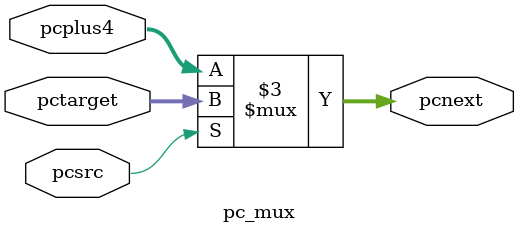
<source format=v>
module pc_mux (
    input       [31:0]  pctarget,
    input       [31:0]  pcplus4,
    input               pcsrc,
    output reg  [31:0]  pcnext
);

    //assign pcnext = pcsrc ? pcplus4 : pctarget;

    always @(pctarget or pcplus4 or pcsrc)begin
        if(pcsrc) pcnext = pctarget;
        else pcnext = pcplus4;
    end
    
endmodule
</source>
